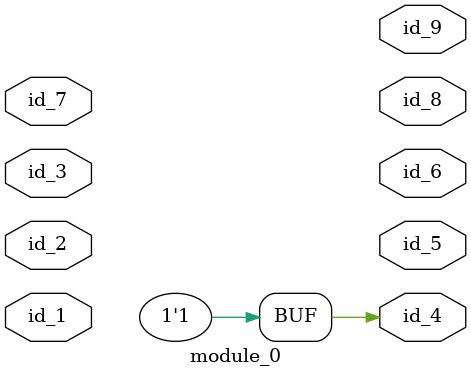
<source format=v>
module module_0 (
    id_1,
    id_2,
    id_3,
    id_4,
    id_5,
    id_6,
    id_7,
    id_8,
    id_9
);
  output wire id_9;
  output wire id_8;
  input wire id_7;
  output wire id_6;
  output wire id_5;
  output wor id_4;
  input wire id_3;
  input wire id_2;
  inout wire id_1;
  wire id_10;
  ;
  parameter id_11 = 1;
  assign id_4 = -1;
  parameter id_12 = 1;
  wire id_13;
  parameter id_14 = id_12;
endmodule
module module_1 (
    output tri id_0
);
  wire id_2;
  module_0 modCall_1 (
      id_2,
      id_2,
      id_2,
      id_2,
      id_2,
      id_2,
      id_2,
      id_2,
      id_2
  );
  parameter id_3 = 1;
endmodule

</source>
